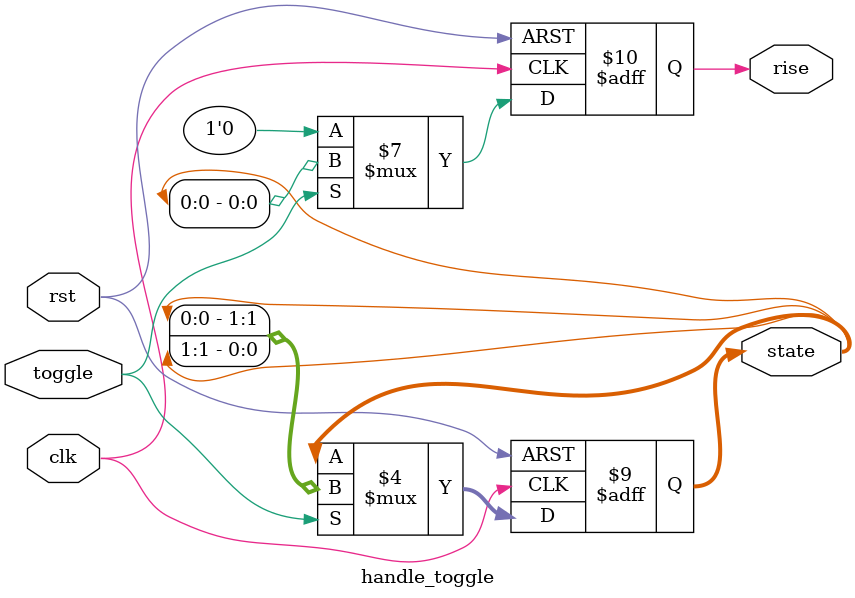
<source format=v>
`timescale 1ns / 1ps


module handle_display (
    input               clk,
    input               rst,
    input [3:0]         fsm_state,

    /* clock input */
    input [31:0]        clk_time,
    input               disp_clk_btn,

    /* worktime input */
    input [31:0]        worktime,
    input               disp_wt_btn,

    /* checktime input */
    input [31:0]        checktime,
    input               disp_ct_btn,

    /* interval input */
    input [31:0]        interval,
    input               disp_int_btn,

    /* count down input */
    input [31:0]        count_down,
    input               power_on_button,
    input               power_off_button,
    input [2:0]         gear_button,
    input               clean_button,

    output reg [2:0]    disp_state,
    output [7:0]        seg_left,
    output [7:0]        seg_right,
    output [3:0]        sel_left,
    output [3:0]        sel_right
);
    parameter [7:0] SEG_DASH = 8'h02;
    parameter [3:0] DASH     = 4'b1111;

    reg [31:0]          disp_data_r = 32'b0;

    localparam CLOCK        = 3'b000;     // display clock
    localparam INTEVAL      = 3'b001;       // display interval
    localparam WORKTIME     = 3'b010;   // display worktime
    localparam CHECKTIME    = 3'b011;   // display checktime
    localparam COUNT_DOWN   = 3'b100;  // display count down

    reg [2:0]   disp_state_c = CLOCK;    // current state of display
    reg [2:0]   disp_state_n = CLOCK;    // next state of display

    // enable signal
    wire enable;
    assign enable = (disp_state_c == disp_state_n) & (fsm_state != 4'b0000);

    // clock divider for segment display
    wire clk_div;

    // display output handle
    always @(posedge clk, negedge rst) begin
        if (~rst) begin
            disp_state_c <= CLOCK;

        end
        else begin
            disp_state_c <= disp_state_n;
        end
    end

    wire [3:0] clk_hour_h;
    wire [3:0] clk_hour_l;
    wire [3:0] clk_minute_h;
    wire [3:0] clk_minute_l;
    wire [3:0] clk_second_h;
    wire [3:0] clk_second_l;

    time_format clk_format(
        .time_in(clk_time),
        .hour_h(clk_hour_h),
        .hour_l(clk_hour_l),
        .minute_h(clk_minute_h),
        .minute_l(clk_minute_l),
        .second_h(clk_second_h),
        .second_l(clk_second_l)
    );

    wire [3:0] worktime_hour_h;
    wire [3:0] worktime_hour_l;
    wire [3:0] worktime_minute_h;
    wire [3:0] worktime_minute_l;
    wire [3:0] worktime_second_h;
    wire [3:0] worktime_second_l;

    time_format worktime_format(
        .time_in(worktime),
        .hour_h(worktime_hour_h),
        .hour_l(worktime_hour_l),
        .minute_h(worktime_minute_h),
        .minute_l(worktime_minute_l),
        .second_h(worktime_second_h),
        .second_l(worktime_second_l)
    );

    wire [3:0] inteval_hour_h;
    wire [3:0] inteval_hour_l;
    wire [3:0] inteval_minute_h;
    wire [3:0] inteval_minute_l;
    wire [3:0] inteval_second_h;
    wire [3:0] inteval_second_l;

    time_format inteval_format(
        .time_in(interval),
        .hour_h(inteval_hour_h),
        .hour_l(inteval_hour_l),
        .minute_h(inteval_minute_h),
        .minute_l(inteval_minute_l),
        .second_h(inteval_second_h),
        .second_l(inteval_second_l)
    );

    wire [3:0] check_time_7;
    wire [3:0] check_time_6;
    wire [3:0] check_time_5;
    wire [3:0] check_time_4;
    wire [3:0] check_time_3;
    wire [3:0] check_time_2;
    wire [3:0] check_time_1;
    wire [3:0] check_time_0;

    dec_format check_time_format(
        .data(checktime),
        .dec_7(check_time_7),
        .dec_6(check_time_6),
        .dec_5(check_time_5),
        .dec_4(check_time_4),
        .dec_3(check_time_3),
        .dec_2(check_time_2),
        .dec_1(check_time_1),
        .dec_0(check_time_0)
    );

    wire [3:0] count_down_7;
    wire [3:0] count_down_6;
    wire [3:0] count_down_5;
    wire [3:0] count_down_4;
    wire [3:0] count_down_3;
    wire [3:0] count_down_2;
    wire [3:0] count_down_1;
    wire [3:0] count_down_0;

    dec_format count_down_format(
        .data(count_down),
        .dec_7(count_down_7),
        .dec_6(count_down_6),
        .dec_5(count_down_5),
        .dec_4(count_down_4),
        .dec_3(count_down_3),
        .dec_2(count_down_2),
        .dec_1(count_down_1),
        .dec_0(count_down_0)
    );

    always @(*) begin
        case(disp_state_c)
            CLOCK: begin
                disp_data_r = {clk_hour_h, clk_hour_l, DASH, clk_minute_h, clk_minute_l, DASH, clk_second_h, clk_second_l};
            end
            WORKTIME: begin
                disp_data_r = {worktime_hour_h, worktime_hour_l, DASH, worktime_minute_h, worktime_minute_l, DASH, worktime_second_h, worktime_second_l};
            end
            INTEVAL: begin
                disp_data_r = {inteval_hour_h, inteval_hour_l, DASH, inteval_minute_h, inteval_minute_l, DASH, inteval_second_h, inteval_second_l};
            end
            CHECKTIME: begin
                disp_data_r = {check_time_7, check_time_6, check_time_5, check_time_4, check_time_3, check_time_2 , check_time_1, check_time_0};
            end
            COUNT_DOWN: begin
                disp_data_r = {count_down_7, count_down_6, count_down_5, count_down_4, count_down_3, count_down_2, count_down_1, count_down_0};
            end
            default: begin
                disp_data_r = 32'b0;
            end
        endcase
    end

    always @(*) begin
        case(disp_state_c)
            CLOCK: begin
                if (disp_ct_btn & ((fsm_state == 4'b0001) | (fsm_state == 4'b1000))) begin
                    disp_state_n = CHECKTIME;
                end
                else if (disp_int_btn & ((fsm_state == 4'b0001) | (fsm_state == 4'b1000))) begin
                    disp_state_n = INTEVAL;
                end
                else if (disp_wt_btn & ((fsm_state == 4'b0001) | (fsm_state == 4'b1000))) begin
                    disp_state_n = WORKTIME;
                end
                else if (gear_button == 3'b100) begin // gear 3
                    disp_state_n = COUNT_DOWN;
                end
                else if (power_on_button || power_off_button) begin // enter checktime
                    disp_state_n = COUNT_DOWN;
                end
                else if (clean_button) begin
                    disp_state_n = COUNT_DOWN;
                end
                else begin
                    disp_state_n = CLOCK;
                end
            end
            WORKTIME: begin
                if (disp_clk_btn) begin
                    disp_state_n = CLOCK;
                end
                else begin
                    disp_state_n = WORKTIME;
                end
            end
            INTEVAL: begin
                if (disp_clk_btn) begin
                    disp_state_n = CLOCK;
                end
                else begin
                    disp_state_n = INTEVAL;
                end
            end
            CHECKTIME: begin
                if (disp_clk_btn) begin
                    disp_state_n = CLOCK;
                end
                else begin
                    disp_state_n = CHECKTIME;
                end
            end
            COUNT_DOWN: begin
                case (fsm_state)
                    4'b0110: begin
                        disp_state_n = COUNT_DOWN;
                    end
                    4'b0111: begin
                        disp_state_n = COUNT_DOWN;
                    end
                    4'b1001: begin
                        disp_state_n = COUNT_DOWN;
                    end
                    4'b1010: begin
                        disp_state_n = COUNT_DOWN;
                    end
                    4'b0011: begin
                        disp_state_n = COUNT_DOWN;
                    end
                    default: begin
                        disp_state_n = CLOCK;
                    end
                endcase
            end
            default: begin
                disp_state_n = CLOCK;
            end
        endcase
    end

    seg_display seg_display_inst(
        .clk(clk_div),
        .rst(rst),
        .en(enable),
        .data(disp_data_r),
        .seg_left(seg_left),
        .seg_right(seg_right),
        .sel_left(sel_left),
        .sel_right(sel_right)
    );

    frequency_divider freq_div_inst(
        .clk(clk),
        .rst(rst),
        .clk_div(clk_div)
    );

    // -- segment display -- //

endmodule

module seg_display (
    input clk,                      // clock signal (after frequency division, 1000 ~ 1500 Hz)
    input rst,

    input en,                       // enable signal
    input [32:0] data,              // 24-bit data input

    output reg [7:0] seg_left,      // left 7-segment display (low active)
    output reg [7:0] seg_right,     // right 7-segment display (low active)
    output reg [3:0] sel_left,      // left 7-segment display selector
    output reg [3:0] sel_right      // right 7-segment display selector
);
    parameter [7:0] SEG_DASH = 8'h02;
    parameter [3:0] DASH     = 4'b1111;

    wire [15:0] data_left, data_right;

    assign data_left  = { data[31:16] };  // 16-bit data
    assign data_right = { data[15:0]  };  // 16-bit data

    reg    [3:0] display_state = 4'b0001;  // one-hot state machine
    always @(posedge clk or negedge rst) begin
        if (~rst) begin
            sel_left <= 4'b0000;
            sel_right <= 4'b0000;
            seg_left <= 8'b0000_0000;
            seg_right <= 8'b0000_0000;
            display_state <= 4'b0001;
        end
        else begin
            if (en) begin
                case (display_state)
                    4'b0001: begin
                        sel_left <= 4'b0001;
                        seg_left <= seg_decoder(data_left[3:0]);
                        sel_right <= 4'b0001;
                        seg_right <= seg_decoder(data_right[3:0]);
                        display_state <= 4'b0010;
                    end
                    4'b0010: begin
                        sel_left <= 4'b0010;
                        seg_left <= seg_decoder(data_left[7:4]);
                        sel_right <= 4'b0010;
                        seg_right <= seg_decoder(data_right[7:4]);
                        display_state <= 4'b0100;
                    end
                    4'b0100: begin
                        sel_left <= 4'b0100;
                        seg_left <= seg_decoder(data_left[11:8]);
                        sel_right <= 4'b0100;
                        seg_right <= seg_decoder(data_right[11:8]);
                        display_state <= 4'b1000;
                    end
                    4'b1000: begin
                        sel_left <= 4'b1000;
                        seg_left <= seg_decoder(data_left[15:12]);
                        sel_right <= 4'b1000;
                        seg_right <= seg_decoder(data_right[15:12]);
                        display_state <= 4'b0001;
                    end
                    default: begin
                        sel_left <= 4'b0000;
                        sel_right <= 4'b0000;
                        seg_left <= 8'b0000_0000;
                        seg_right <= 8'b0000_0000;
                        display_state <= 4'b0001;
                    end
                endcase
            end
            else begin
                sel_left <= 4'b0000;
                sel_right <= 4'b0000;
                seg_left <= 8'b0000_0000;
                seg_right <= 8'b0000_0000;
                display_state <= 4'b0001;
            end
        end
    end


    function [7:0] seg_decoder;
        input [3:0] data;
        begin
            case (data)  // high active
                4'h0 : seg_decoder = 8'hfc;
                4'h1 : seg_decoder = 8'h60;
                4'h2 : seg_decoder = 8'hda;
                4'h3 : seg_decoder = 8'hf2;
                4'h4 : seg_decoder = 8'h66;
                4'h5 : seg_decoder = 8'hb6;
                4'h6 : seg_decoder = 8'hbe;
                4'h7 : seg_decoder = 8'he4;
                4'h8 : seg_decoder = 8'hfe;
                4'h9 : seg_decoder = 8'hf6;
                4'hA : seg_decoder = 8'hee;
                4'hB : seg_decoder = 8'h3e;
                4'hC : seg_decoder = 8'h9c;
                4'hD : seg_decoder = 8'h7a;
                4'hE : seg_decoder = 8'h9e;
                4'hF : seg_decoder = 8'h02; // DASH
                default : seg_decoder = 8'h00;
            endcase
        end
    endfunction
endmodule

module frequency_divider(
    input clk,
    input rst,
    output reg clk_div
    );

    parameter [31:0] DIVIDE = 'd100_000;

    reg [31:0] cnt;

    always @(posedge clk or negedge rst) begin
        if (~rst) begin
            cnt <= 0;
            clk_div <= 1'b0;
        end else begin
            if (cnt >= DIVIDE) begin
                clk_div <= ~clk_div;
                cnt <= 0;
            end else begin
                cnt <= cnt + 1;
            end
        end
    end

endmodule

module time_format (
    input [31:0]  time_in,
    output [3:0]  hour_h,
    output [3:0]  hour_l,
    output [3:0]  minute_h,
    output [3:0]  minute_l,
    output [3:0]  second_h,
    output [3:0]  second_l
);
    /* format time into hh-mm-ss */
    wire [5:0] hour = time_in / 'd3600;
    wire [5:0] minute = time_in % 'd3600 / 'd60;
    wire [5:0] second  = time_in % 'd60;

    assign hour_h = hour / 'd10;
    assign hour_l = hour % 'd10;

    assign minute_h = minute / 'd10;
    assign minute_l = minute % 'd10;

    assign second_h = second / 'd10;
    assign second_l = second % 'd10;

endmodule

module dec_format (
    input [31:0]   data,
    output [3:0]   dec_7,
    output [3:0]   dec_6,
    output [3:0]   dec_5,
    output [3:0]   dec_4,
    output [3:0]   dec_3,
    output [3:0]   dec_2,
    output [3:0]   dec_1,
    output [3:0]   dec_0
);

    assign dec_7 = data / 'd1000_0000;
    assign dec_6 = (data % 'd1000_0000) / 'd1000_000;
    assign dec_5 = (data % 'd1000_000) / 'd1000_00;
    assign dec_4 = (data % 'd1000_00) / 'd1000_0;
    assign dec_3 = (data % 'd1000_0) / 'd1000;
    assign dec_2 = (data % 'd1000) / 'd100;
    assign dec_1 = (data % 'd100) / 'd10;
    assign dec_0 = data % 'd10;

endmodule

module handle_toggle (
    input               clk,
    input               rst,
    input               toggle,
    output reg [1:0]    state,
    output reg          rise
);

    always @(posedge clk or negedge rst) begin
        if (!rst) begin
            state <= 2'b01;
            rise <= 1'b0;
        end else if (toggle) begin
            rise <= state[0];
            state <= {state[0], state[1]};
        end
        else begin
            state <= state;
            rise <= 1'b0;
        end
    end
endmodule

</source>
